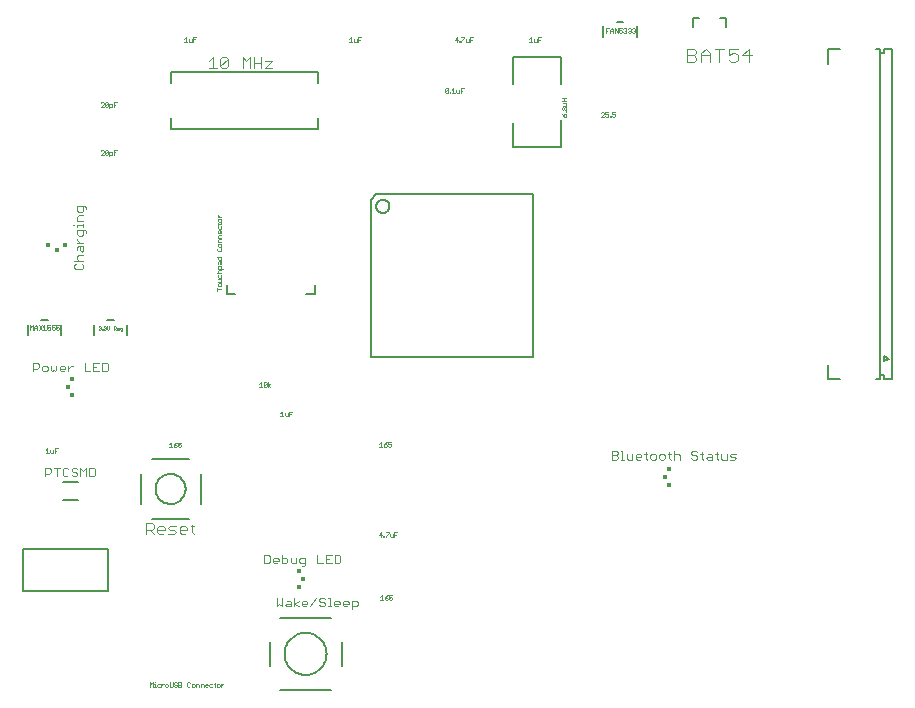
<source format=gto>
G75*
G70*
%OFA0B0*%
%FSLAX24Y24*%
%IPPOS*%
%LPD*%
%AMOC8*
5,1,8,0,0,1.08239X$1,22.5*
%
%ADD10C,0.0010*%
%ADD11C,0.0030*%
%ADD12C,0.0040*%
%ADD13C,0.0080*%
%ADD14C,0.0060*%
%ADD15C,0.0050*%
%ADD16R,0.0167X0.0128*%
%ADD17R,0.0138X0.0138*%
%ADD18R,0.0128X0.0167*%
D10*
X004906Y000607D02*
X004906Y000757D01*
X004956Y000707D01*
X005006Y000757D01*
X005006Y000607D01*
X005053Y000607D02*
X005103Y000607D01*
X005078Y000607D02*
X005078Y000707D01*
X005053Y000707D01*
X005078Y000757D02*
X005078Y000782D01*
X005176Y000707D02*
X005151Y000682D01*
X005151Y000632D01*
X005176Y000607D01*
X005251Y000607D01*
X005299Y000607D02*
X005299Y000707D01*
X005251Y000707D02*
X005176Y000707D01*
X005299Y000657D02*
X005349Y000707D01*
X005374Y000707D01*
X005421Y000682D02*
X005421Y000632D01*
X005446Y000607D01*
X005496Y000607D01*
X005521Y000632D01*
X005521Y000682D01*
X005496Y000707D01*
X005446Y000707D01*
X005421Y000682D01*
X005569Y000632D02*
X005569Y000757D01*
X005669Y000757D02*
X005669Y000632D01*
X005644Y000607D01*
X005594Y000607D01*
X005569Y000632D01*
X005716Y000632D02*
X005741Y000607D01*
X005791Y000607D01*
X005816Y000632D01*
X005816Y000657D01*
X005791Y000682D01*
X005741Y000682D01*
X005716Y000707D01*
X005716Y000732D01*
X005741Y000757D01*
X005791Y000757D01*
X005816Y000732D01*
X005863Y000757D02*
X005938Y000757D01*
X005963Y000732D01*
X005963Y000707D01*
X005938Y000682D01*
X005863Y000682D01*
X005863Y000607D02*
X005863Y000757D01*
X005938Y000682D02*
X005963Y000657D01*
X005963Y000632D01*
X005938Y000607D01*
X005863Y000607D01*
X006158Y000632D02*
X006158Y000732D01*
X006183Y000757D01*
X006233Y000757D01*
X006258Y000732D01*
X006305Y000682D02*
X006305Y000632D01*
X006330Y000607D01*
X006380Y000607D01*
X006405Y000632D01*
X006405Y000682D01*
X006380Y000707D01*
X006330Y000707D01*
X006305Y000682D01*
X006258Y000632D02*
X006233Y000607D01*
X006183Y000607D01*
X006158Y000632D01*
X006453Y000607D02*
X006453Y000707D01*
X006528Y000707D01*
X006553Y000682D01*
X006553Y000607D01*
X006600Y000607D02*
X006600Y000707D01*
X006675Y000707D01*
X006700Y000682D01*
X006700Y000607D01*
X006747Y000632D02*
X006747Y000682D01*
X006772Y000707D01*
X006822Y000707D01*
X006847Y000682D01*
X006847Y000657D01*
X006747Y000657D01*
X006747Y000632D02*
X006772Y000607D01*
X006822Y000607D01*
X006895Y000632D02*
X006920Y000607D01*
X006995Y000607D01*
X007067Y000632D02*
X007092Y000607D01*
X007067Y000632D02*
X007067Y000732D01*
X007042Y000707D02*
X007092Y000707D01*
X007140Y000682D02*
X007140Y000632D01*
X007165Y000607D01*
X007215Y000607D01*
X007240Y000632D01*
X007240Y000682D01*
X007215Y000707D01*
X007165Y000707D01*
X007140Y000682D01*
X006995Y000707D02*
X006920Y000707D01*
X006895Y000682D01*
X006895Y000632D01*
X007287Y000657D02*
X007337Y000707D01*
X007362Y000707D01*
X007287Y000707D02*
X007287Y000607D01*
X012594Y003499D02*
X012694Y003499D01*
X012644Y003499D02*
X012644Y003650D01*
X012594Y003600D01*
X012742Y003574D02*
X012817Y003574D01*
X012842Y003549D01*
X012842Y003524D01*
X012817Y003499D01*
X012767Y003499D01*
X012742Y003524D01*
X012742Y003574D01*
X012792Y003625D01*
X012842Y003650D01*
X012889Y003650D02*
X012889Y003574D01*
X012939Y003600D01*
X012964Y003600D01*
X012989Y003574D01*
X012989Y003524D01*
X012964Y003499D01*
X012914Y003499D01*
X012889Y003524D01*
X012889Y003650D02*
X012989Y003650D01*
X012940Y005602D02*
X013015Y005602D01*
X013015Y005702D01*
X013062Y005677D02*
X013112Y005677D01*
X013062Y005602D02*
X013062Y005752D01*
X013162Y005752D01*
X012915Y005702D02*
X012915Y005627D01*
X012940Y005602D01*
X012867Y005727D02*
X012767Y005627D01*
X012767Y005602D01*
X012719Y005602D02*
X012694Y005602D01*
X012694Y005627D01*
X012719Y005627D01*
X012719Y005602D01*
X012621Y005602D02*
X012621Y005752D01*
X012546Y005677D01*
X012646Y005677D01*
X012767Y005752D02*
X012867Y005752D01*
X012867Y005727D01*
X012878Y008610D02*
X012853Y008635D01*
X012878Y008610D02*
X012929Y008610D01*
X012954Y008635D01*
X012954Y008685D01*
X012929Y008710D01*
X012904Y008710D01*
X012853Y008685D01*
X012853Y008760D01*
X012954Y008760D01*
X012806Y008760D02*
X012756Y008735D01*
X012706Y008685D01*
X012781Y008685D01*
X012806Y008660D01*
X012806Y008635D01*
X012781Y008610D01*
X012731Y008610D01*
X012706Y008635D01*
X012706Y008685D01*
X012659Y008610D02*
X012559Y008610D01*
X012609Y008610D02*
X012609Y008760D01*
X012559Y008710D01*
X009659Y009782D02*
X009559Y009782D01*
X009559Y009632D01*
X009512Y009632D02*
X009512Y009732D01*
X009559Y009707D02*
X009609Y009707D01*
X009512Y009632D02*
X009436Y009632D01*
X009411Y009657D01*
X009411Y009732D01*
X009314Y009782D02*
X009314Y009632D01*
X009264Y009632D02*
X009364Y009632D01*
X009264Y009732D02*
X009314Y009782D01*
X008924Y010601D02*
X008849Y010651D01*
X008924Y010701D01*
X008849Y010751D02*
X008849Y010601D01*
X008802Y010626D02*
X008777Y010601D01*
X008727Y010601D01*
X008702Y010626D01*
X008802Y010726D01*
X008802Y010626D01*
X008802Y010726D02*
X008777Y010751D01*
X008727Y010751D01*
X008702Y010726D01*
X008702Y010626D01*
X008654Y010601D02*
X008554Y010601D01*
X008604Y010601D02*
X008604Y010751D01*
X008554Y010701D01*
X005952Y008748D02*
X005852Y008748D01*
X005852Y008673D01*
X005902Y008698D01*
X005927Y008698D01*
X005952Y008673D01*
X005952Y008623D01*
X005927Y008598D01*
X005877Y008598D01*
X005852Y008623D01*
X005804Y008623D02*
X005804Y008648D01*
X005779Y008673D01*
X005704Y008673D01*
X005704Y008623D01*
X005729Y008598D01*
X005779Y008598D01*
X005804Y008623D01*
X005754Y008723D02*
X005704Y008673D01*
X005754Y008723D02*
X005804Y008748D01*
X005607Y008748D02*
X005607Y008598D01*
X005557Y008598D02*
X005657Y008598D01*
X005557Y008698D02*
X005607Y008748D01*
X001844Y008558D02*
X001744Y008558D01*
X001744Y008408D01*
X001697Y008408D02*
X001697Y008508D01*
X001744Y008483D02*
X001794Y008483D01*
X001697Y008408D02*
X001622Y008408D01*
X001597Y008433D01*
X001597Y008508D01*
X001499Y008558D02*
X001499Y008408D01*
X001449Y008408D02*
X001549Y008408D01*
X001449Y008508D02*
X001499Y008558D01*
X001520Y012507D02*
X001495Y012532D01*
X001520Y012507D02*
X001570Y012507D01*
X001595Y012532D01*
X001595Y012582D01*
X001570Y012607D01*
X001545Y012607D01*
X001495Y012582D01*
X001495Y012657D01*
X001595Y012657D01*
X001642Y012657D02*
X001642Y012582D01*
X001692Y012607D01*
X001717Y012607D01*
X001742Y012582D01*
X001742Y012532D01*
X001717Y012507D01*
X001667Y012507D01*
X001642Y012532D01*
X001642Y012657D02*
X001742Y012657D01*
X001790Y012657D02*
X001790Y012582D01*
X001840Y012607D01*
X001865Y012607D01*
X001890Y012582D01*
X001890Y012532D01*
X001865Y012507D01*
X001815Y012507D01*
X001790Y012532D01*
X001790Y012657D02*
X001890Y012657D01*
X001448Y012507D02*
X001348Y012507D01*
X001301Y012507D02*
X001200Y012657D01*
X001153Y012607D02*
X001103Y012657D01*
X001053Y012607D01*
X001053Y012507D01*
X001006Y012507D02*
X001006Y012657D01*
X000956Y012607D01*
X000906Y012657D01*
X000906Y012507D01*
X001053Y012582D02*
X001153Y012582D01*
X001153Y012607D02*
X001153Y012507D01*
X001200Y012507D02*
X001301Y012657D01*
X001348Y012607D02*
X001398Y012657D01*
X001398Y012507D01*
X003206Y012525D02*
X003224Y012507D01*
X003261Y012507D01*
X003279Y012525D01*
X003279Y012543D01*
X003261Y012562D01*
X003242Y012562D01*
X003261Y012562D02*
X003279Y012580D01*
X003279Y012598D01*
X003261Y012617D01*
X003224Y012617D01*
X003206Y012598D01*
X003316Y012525D02*
X003335Y012525D01*
X003335Y012507D01*
X003316Y012507D01*
X003316Y012525D01*
X003371Y012525D02*
X003390Y012507D01*
X003427Y012507D01*
X003445Y012525D01*
X003445Y012543D01*
X003427Y012562D01*
X003408Y012562D01*
X003427Y012562D02*
X003445Y012580D01*
X003445Y012598D01*
X003427Y012617D01*
X003390Y012617D01*
X003371Y012598D01*
X003482Y012617D02*
X003482Y012543D01*
X003519Y012507D01*
X003555Y012543D01*
X003555Y012617D01*
X003703Y012617D02*
X003758Y012617D01*
X003776Y012598D01*
X003776Y012562D01*
X003758Y012543D01*
X003703Y012543D01*
X003703Y012507D02*
X003703Y012617D01*
X003740Y012543D02*
X003776Y012507D01*
X003813Y012525D02*
X003813Y012562D01*
X003832Y012580D01*
X003868Y012580D01*
X003887Y012562D01*
X003887Y012543D01*
X003813Y012543D01*
X003813Y012525D02*
X003832Y012507D01*
X003868Y012507D01*
X003924Y012525D02*
X003942Y012507D01*
X003997Y012507D01*
X003997Y012488D02*
X003997Y012580D01*
X003942Y012580D01*
X003924Y012562D01*
X003924Y012525D01*
X003961Y012470D02*
X003979Y012470D01*
X003997Y012488D01*
X007146Y013807D02*
X007146Y013907D01*
X007146Y013857D02*
X007296Y013857D01*
X007271Y013954D02*
X007296Y013979D01*
X007296Y014029D01*
X007271Y014054D01*
X007221Y014054D01*
X007196Y014029D01*
X007196Y013979D01*
X007221Y013954D01*
X007271Y013954D01*
X007271Y014101D02*
X007196Y014101D01*
X007271Y014101D02*
X007296Y014126D01*
X007296Y014201D01*
X007196Y014201D01*
X007221Y014249D02*
X007271Y014249D01*
X007296Y014274D01*
X007296Y014349D01*
X007296Y014396D02*
X007146Y014396D01*
X007196Y014421D02*
X007196Y014471D01*
X007221Y014496D01*
X007296Y014496D01*
X007296Y014543D02*
X007296Y014618D01*
X007271Y014643D01*
X007221Y014643D01*
X007196Y014618D01*
X007196Y014543D01*
X007346Y014543D01*
X007271Y014691D02*
X007246Y014716D01*
X007246Y014791D01*
X007221Y014791D02*
X007296Y014791D01*
X007296Y014716D01*
X007271Y014691D01*
X007196Y014716D02*
X007196Y014766D01*
X007221Y014791D01*
X007221Y014838D02*
X007196Y014863D01*
X007196Y014938D01*
X007146Y014938D02*
X007296Y014938D01*
X007296Y014863D01*
X007271Y014838D01*
X007221Y014838D01*
X007171Y015132D02*
X007271Y015132D01*
X007296Y015157D01*
X007296Y015208D01*
X007271Y015233D01*
X007271Y015280D02*
X007296Y015305D01*
X007296Y015355D01*
X007271Y015380D01*
X007221Y015380D01*
X007196Y015355D01*
X007196Y015305D01*
X007221Y015280D01*
X007271Y015280D01*
X007171Y015233D02*
X007146Y015208D01*
X007146Y015157D01*
X007171Y015132D01*
X007196Y015427D02*
X007196Y015502D01*
X007221Y015527D01*
X007296Y015527D01*
X007296Y015574D02*
X007196Y015574D01*
X007196Y015649D01*
X007221Y015675D01*
X007296Y015675D01*
X007271Y015722D02*
X007221Y015722D01*
X007196Y015747D01*
X007196Y015797D01*
X007221Y015822D01*
X007246Y015822D01*
X007246Y015722D01*
X007271Y015722D02*
X007296Y015747D01*
X007296Y015797D01*
X007271Y015869D02*
X007221Y015869D01*
X007196Y015894D01*
X007196Y015969D01*
X007196Y016016D02*
X007196Y016066D01*
X007171Y016041D02*
X007271Y016041D01*
X007296Y016066D01*
X007271Y016115D02*
X007296Y016140D01*
X007296Y016190D01*
X007271Y016215D01*
X007221Y016215D01*
X007196Y016190D01*
X007196Y016140D01*
X007221Y016115D01*
X007271Y016115D01*
X007296Y015969D02*
X007296Y015894D01*
X007271Y015869D01*
X007296Y016262D02*
X007196Y016262D01*
X007246Y016262D02*
X007196Y016312D01*
X007196Y016337D01*
X007196Y015427D02*
X007296Y015427D01*
X007196Y014421D02*
X007221Y014396D01*
X007196Y014349D02*
X007196Y014274D01*
X007221Y014249D01*
X003710Y018348D02*
X003710Y018499D01*
X003810Y018499D01*
X003760Y018423D02*
X003710Y018423D01*
X003663Y018423D02*
X003663Y018373D01*
X003638Y018348D01*
X003563Y018348D01*
X003563Y018298D02*
X003563Y018449D01*
X003638Y018449D01*
X003663Y018423D01*
X003516Y018474D02*
X003516Y018373D01*
X003491Y018348D01*
X003441Y018348D01*
X003416Y018373D01*
X003516Y018474D01*
X003491Y018499D01*
X003441Y018499D01*
X003416Y018474D01*
X003416Y018373D01*
X003368Y018348D02*
X003268Y018348D01*
X003368Y018449D01*
X003368Y018474D01*
X003343Y018499D01*
X003293Y018499D01*
X003268Y018474D01*
X003565Y019891D02*
X003565Y020041D01*
X003640Y020041D01*
X003665Y020016D01*
X003665Y019966D01*
X003640Y019941D01*
X003565Y019941D01*
X003517Y019966D02*
X003492Y019941D01*
X003442Y019941D01*
X003417Y019966D01*
X003517Y020066D01*
X003517Y019966D01*
X003417Y019966D02*
X003417Y020066D01*
X003442Y020091D01*
X003492Y020091D01*
X003517Y020066D01*
X003370Y020066D02*
X003345Y020091D01*
X003295Y020091D01*
X003270Y020066D01*
X003370Y020066D02*
X003370Y020041D01*
X003270Y019941D01*
X003370Y019941D01*
X003712Y019941D02*
X003712Y020091D01*
X003812Y020091D01*
X003762Y020016D02*
X003712Y020016D01*
X006056Y022111D02*
X006156Y022111D01*
X006106Y022111D02*
X006106Y022261D01*
X006056Y022211D01*
X006203Y022211D02*
X006203Y022136D01*
X006228Y022111D01*
X006303Y022111D01*
X006303Y022211D01*
X006350Y022186D02*
X006400Y022186D01*
X006350Y022111D02*
X006350Y022261D01*
X006450Y022261D01*
X011557Y022204D02*
X011607Y022254D01*
X011607Y022104D01*
X011557Y022104D02*
X011657Y022104D01*
X011704Y022129D02*
X011729Y022104D01*
X011804Y022104D01*
X011804Y022204D01*
X011852Y022179D02*
X011902Y022179D01*
X011852Y022104D02*
X011852Y022254D01*
X011952Y022254D01*
X011704Y022204D02*
X011704Y022129D01*
X014760Y020527D02*
X014785Y020552D01*
X014835Y020552D01*
X014860Y020527D01*
X014760Y020427D01*
X014785Y020402D01*
X014835Y020402D01*
X014860Y020427D01*
X014860Y020527D01*
X014760Y020527D02*
X014760Y020427D01*
X014907Y020427D02*
X014907Y020402D01*
X014932Y020402D01*
X014932Y020427D01*
X014907Y020427D01*
X014981Y020402D02*
X015081Y020402D01*
X015031Y020402D02*
X015031Y020552D01*
X014981Y020502D01*
X015128Y020502D02*
X015128Y020427D01*
X015153Y020402D01*
X015229Y020402D01*
X015229Y020502D01*
X015276Y020477D02*
X015326Y020477D01*
X015276Y020552D02*
X015376Y020552D01*
X015276Y020552D02*
X015276Y020402D01*
X015291Y022101D02*
X015291Y022126D01*
X015391Y022226D01*
X015391Y022251D01*
X015291Y022251D01*
X015242Y022126D02*
X015242Y022101D01*
X015217Y022101D01*
X015217Y022126D01*
X015242Y022126D01*
X015170Y022176D02*
X015070Y022176D01*
X015145Y022251D01*
X015145Y022101D01*
X015438Y022126D02*
X015463Y022101D01*
X015539Y022101D01*
X015539Y022201D01*
X015586Y022176D02*
X015636Y022176D01*
X015586Y022251D02*
X015686Y022251D01*
X015586Y022251D02*
X015586Y022101D01*
X015438Y022126D02*
X015438Y022201D01*
X017556Y022202D02*
X017606Y022252D01*
X017606Y022102D01*
X017556Y022102D02*
X017656Y022102D01*
X017703Y022127D02*
X017728Y022102D01*
X017803Y022102D01*
X017803Y022202D01*
X017851Y022177D02*
X017901Y022177D01*
X017851Y022102D02*
X017851Y022252D01*
X017951Y022252D01*
X017703Y022202D02*
X017703Y022127D01*
X018648Y020229D02*
X018798Y020229D01*
X018723Y020229D02*
X018723Y020129D01*
X018698Y020082D02*
X018798Y020082D01*
X018798Y020007D01*
X018773Y019982D01*
X018698Y019982D01*
X018698Y019935D02*
X018723Y019910D01*
X018723Y019859D01*
X018698Y019834D01*
X018673Y019834D01*
X018648Y019859D01*
X018648Y019910D01*
X018673Y019935D01*
X018698Y019935D01*
X018723Y019910D02*
X018748Y019935D01*
X018773Y019935D01*
X018798Y019910D01*
X018798Y019859D01*
X018773Y019834D01*
X018748Y019834D01*
X018723Y019859D01*
X018773Y019786D02*
X018798Y019786D01*
X018798Y019761D01*
X018773Y019761D01*
X018773Y019786D01*
X018773Y019714D02*
X018748Y019714D01*
X018723Y019689D01*
X018723Y019614D01*
X018773Y019614D01*
X018798Y019639D01*
X018798Y019689D01*
X018773Y019714D01*
X018673Y019664D02*
X018723Y019614D01*
X018673Y019664D02*
X018648Y019714D01*
X018648Y020129D02*
X018798Y020129D01*
X019947Y019734D02*
X019972Y019759D01*
X020022Y019759D01*
X020047Y019734D01*
X020047Y019709D01*
X019947Y019609D01*
X020047Y019609D01*
X020094Y019634D02*
X020119Y019609D01*
X020169Y019609D01*
X020194Y019634D01*
X020194Y019684D01*
X020169Y019709D01*
X020144Y019709D01*
X020094Y019684D01*
X020094Y019759D01*
X020194Y019759D01*
X020315Y019759D02*
X020315Y019684D01*
X020365Y019709D01*
X020390Y019709D01*
X020415Y019684D01*
X020415Y019634D01*
X020390Y019609D01*
X020340Y019609D01*
X020315Y019634D01*
X020267Y019634D02*
X020267Y019609D01*
X020242Y019609D01*
X020242Y019634D01*
X020267Y019634D01*
X020315Y019759D02*
X020415Y019759D01*
X020400Y022407D02*
X020400Y022557D01*
X020501Y022407D01*
X020501Y022557D01*
X020548Y022557D02*
X020548Y022482D01*
X020598Y022507D01*
X020623Y022507D01*
X020648Y022482D01*
X020648Y022432D01*
X020623Y022407D01*
X020573Y022407D01*
X020548Y022432D01*
X020548Y022557D02*
X020648Y022557D01*
X020695Y022532D02*
X020720Y022557D01*
X020770Y022557D01*
X020795Y022532D01*
X020795Y022507D01*
X020770Y022482D01*
X020795Y022457D01*
X020795Y022432D01*
X020770Y022407D01*
X020720Y022407D01*
X020695Y022432D01*
X020745Y022482D02*
X020770Y022482D01*
X020842Y022532D02*
X020867Y022557D01*
X020917Y022557D01*
X020942Y022532D01*
X020942Y022507D01*
X020917Y022482D01*
X020942Y022457D01*
X020942Y022432D01*
X020917Y022407D01*
X020867Y022407D01*
X020842Y022432D01*
X020892Y022482D02*
X020917Y022482D01*
X020990Y022532D02*
X021015Y022557D01*
X021065Y022557D01*
X021090Y022532D01*
X021090Y022507D01*
X021065Y022482D01*
X021090Y022457D01*
X021090Y022432D01*
X021065Y022407D01*
X021015Y022407D01*
X020990Y022432D01*
X021040Y022482D02*
X021065Y022482D01*
X020353Y022482D02*
X020253Y022482D01*
X020253Y022507D02*
X020303Y022557D01*
X020353Y022507D01*
X020353Y022407D01*
X020253Y022407D02*
X020253Y022507D01*
X020206Y022557D02*
X020106Y022557D01*
X020106Y022407D01*
X020106Y022482D02*
X020156Y022482D01*
D11*
X008984Y021473D02*
X008737Y021227D01*
X008984Y021227D01*
X008984Y021473D02*
X008737Y021473D01*
X008616Y021412D02*
X008369Y021412D01*
X008369Y021227D02*
X008369Y021597D01*
X008248Y021597D02*
X008248Y021227D01*
X008001Y021227D02*
X008001Y021597D01*
X008124Y021473D01*
X008248Y021597D01*
X008616Y021597D02*
X008616Y021227D01*
X007511Y021288D02*
X007449Y021227D01*
X007326Y021227D01*
X007264Y021288D01*
X007511Y021535D01*
X007511Y021288D01*
X007264Y021288D02*
X007264Y021535D01*
X007326Y021597D01*
X007449Y021597D01*
X007511Y021535D01*
X007143Y021227D02*
X006896Y021227D01*
X007019Y021227D02*
X007019Y021597D01*
X006896Y021473D01*
X002734Y016625D02*
X002492Y016625D01*
X002492Y016480D01*
X002541Y016432D01*
X002637Y016432D01*
X002686Y016480D01*
X002686Y016625D01*
X002734Y016625D02*
X002783Y016577D01*
X002783Y016528D01*
X002686Y016331D02*
X002541Y016331D01*
X002492Y016282D01*
X002492Y016137D01*
X002686Y016137D01*
X002686Y016037D02*
X002686Y015941D01*
X002686Y015989D02*
X002492Y015989D01*
X002492Y015941D01*
X002492Y015839D02*
X002492Y015694D01*
X002541Y015646D01*
X002637Y015646D01*
X002686Y015694D01*
X002686Y015839D01*
X002734Y015839D02*
X002492Y015839D01*
X002396Y015989D02*
X002347Y015989D01*
X002734Y015839D02*
X002783Y015791D01*
X002783Y015743D01*
X002492Y015546D02*
X002492Y015497D01*
X002589Y015401D01*
X002686Y015401D02*
X002492Y015401D01*
X002541Y015299D02*
X002686Y015299D01*
X002686Y015154D01*
X002637Y015106D01*
X002589Y015154D01*
X002589Y015299D01*
X002541Y015299D02*
X002492Y015251D01*
X002492Y015154D01*
X002541Y015005D02*
X002686Y015005D01*
X002541Y015005D02*
X002492Y014956D01*
X002492Y014860D01*
X002541Y014811D01*
X002637Y014710D02*
X002686Y014662D01*
X002686Y014565D01*
X002637Y014517D01*
X002444Y014517D01*
X002396Y014565D01*
X002396Y014662D01*
X002444Y014710D01*
X002396Y014811D02*
X002686Y014811D01*
X002735Y011407D02*
X002735Y011117D01*
X002928Y011117D01*
X003029Y011117D02*
X003029Y011407D01*
X003223Y011407D01*
X003324Y011407D02*
X003469Y011407D01*
X003517Y011358D01*
X003517Y011165D01*
X003469Y011117D01*
X003324Y011117D01*
X003324Y011407D01*
X003126Y011262D02*
X003029Y011262D01*
X003029Y011117D02*
X003223Y011117D01*
X002339Y011310D02*
X002291Y011310D01*
X002194Y011213D01*
X002194Y011117D02*
X002194Y011310D01*
X002093Y011262D02*
X002093Y011213D01*
X001900Y011213D01*
X001900Y011165D02*
X001900Y011262D01*
X001948Y011310D01*
X002045Y011310D01*
X002093Y011262D01*
X002045Y011117D02*
X001948Y011117D01*
X001900Y011165D01*
X001799Y011165D02*
X001799Y011310D01*
X001799Y011165D02*
X001750Y011117D01*
X001702Y011165D01*
X001653Y011117D01*
X001605Y011165D01*
X001605Y011310D01*
X001504Y011262D02*
X001504Y011165D01*
X001456Y011117D01*
X001359Y011117D01*
X001310Y011165D01*
X001310Y011262D01*
X001359Y011310D01*
X001456Y011310D01*
X001504Y011262D01*
X001209Y011262D02*
X001161Y011213D01*
X001016Y011213D01*
X001016Y011117D02*
X001016Y011407D01*
X001161Y011407D01*
X001209Y011358D01*
X001209Y011262D01*
X001416Y007907D02*
X001561Y007907D01*
X001609Y007858D01*
X001609Y007762D01*
X001561Y007713D01*
X001416Y007713D01*
X001416Y007617D02*
X001416Y007907D01*
X001710Y007907D02*
X001904Y007907D01*
X001807Y007907D02*
X001807Y007617D01*
X002005Y007665D02*
X002005Y007858D01*
X002053Y007907D01*
X002150Y007907D01*
X002199Y007858D01*
X002300Y007858D02*
X002300Y007810D01*
X002348Y007762D01*
X002445Y007762D01*
X002493Y007713D01*
X002493Y007665D01*
X002445Y007617D01*
X002348Y007617D01*
X002300Y007665D01*
X002199Y007665D02*
X002150Y007617D01*
X002053Y007617D01*
X002005Y007665D01*
X002300Y007858D02*
X002348Y007907D01*
X002445Y007907D01*
X002493Y007858D01*
X002594Y007907D02*
X002691Y007810D01*
X002788Y007907D01*
X002788Y007617D01*
X002889Y007617D02*
X003034Y007617D01*
X003082Y007665D01*
X003082Y007858D01*
X003034Y007907D01*
X002889Y007907D01*
X002889Y007617D01*
X002594Y007617D02*
X002594Y007907D01*
X004796Y006077D02*
X004981Y006077D01*
X005043Y006015D01*
X005043Y005892D01*
X004981Y005830D01*
X004796Y005830D01*
X004919Y005830D02*
X005043Y005707D01*
X005164Y005768D02*
X005164Y005892D01*
X005226Y005953D01*
X005349Y005953D01*
X005411Y005892D01*
X005411Y005830D01*
X005164Y005830D01*
X005164Y005768D02*
X005226Y005707D01*
X005349Y005707D01*
X005532Y005707D02*
X005718Y005707D01*
X005779Y005768D01*
X005718Y005830D01*
X005594Y005830D01*
X005532Y005892D01*
X005594Y005953D01*
X005779Y005953D01*
X005901Y005892D02*
X005962Y005953D01*
X006086Y005953D01*
X006148Y005892D01*
X006148Y005830D01*
X005901Y005830D01*
X005901Y005768D02*
X005901Y005892D01*
X005901Y005768D02*
X005962Y005707D01*
X006086Y005707D01*
X006331Y005768D02*
X006392Y005707D01*
X006331Y005768D02*
X006331Y006015D01*
X006392Y005953D02*
X006269Y005953D01*
X004796Y006077D02*
X004796Y005707D01*
X008716Y005007D02*
X008716Y004717D01*
X008861Y004717D01*
X008909Y004765D01*
X008909Y004958D01*
X008861Y005007D01*
X008716Y005007D01*
X009010Y004862D02*
X009010Y004765D01*
X009059Y004717D01*
X009156Y004717D01*
X009204Y004813D02*
X009010Y004813D01*
X009010Y004862D02*
X009059Y004910D01*
X009156Y004910D01*
X009204Y004862D01*
X009204Y004813D01*
X009305Y004717D02*
X009450Y004717D01*
X009499Y004765D01*
X009499Y004862D01*
X009450Y004910D01*
X009305Y004910D01*
X009305Y005007D02*
X009305Y004717D01*
X009600Y004765D02*
X009600Y004910D01*
X009600Y004765D02*
X009648Y004717D01*
X009793Y004717D01*
X009793Y004910D01*
X009894Y004862D02*
X009894Y004765D01*
X009943Y004717D01*
X010088Y004717D01*
X010088Y004668D02*
X010088Y004910D01*
X009943Y004910D01*
X009894Y004862D01*
X009991Y004620D02*
X010039Y004620D01*
X010088Y004668D01*
X010484Y004717D02*
X010484Y005007D01*
X010484Y004717D02*
X010677Y004717D01*
X010778Y004717D02*
X010972Y004717D01*
X011073Y004717D02*
X011218Y004717D01*
X011266Y004765D01*
X011266Y004958D01*
X011218Y005007D01*
X011073Y005007D01*
X011073Y004717D01*
X010875Y004862D02*
X010778Y004862D01*
X010778Y005007D02*
X010778Y004717D01*
X010778Y005007D02*
X010972Y005007D01*
X010903Y003577D02*
X010855Y003577D01*
X010903Y003577D02*
X010903Y003287D01*
X010855Y003287D02*
X010951Y003287D01*
X011051Y003335D02*
X011051Y003432D01*
X011099Y003480D01*
X011196Y003480D01*
X011244Y003432D01*
X011244Y003383D01*
X011051Y003383D01*
X011051Y003335D02*
X011099Y003287D01*
X011196Y003287D01*
X011346Y003335D02*
X011346Y003432D01*
X011394Y003480D01*
X011491Y003480D01*
X011539Y003432D01*
X011539Y003383D01*
X011346Y003383D01*
X011346Y003335D02*
X011394Y003287D01*
X011491Y003287D01*
X011640Y003287D02*
X011785Y003287D01*
X011834Y003335D01*
X011834Y003432D01*
X011785Y003480D01*
X011640Y003480D01*
X011640Y003190D01*
X010753Y003335D02*
X010705Y003287D01*
X010608Y003287D01*
X010560Y003335D01*
X010608Y003432D02*
X010560Y003480D01*
X010560Y003528D01*
X010608Y003577D01*
X010705Y003577D01*
X010753Y003528D01*
X010705Y003432D02*
X010753Y003383D01*
X010753Y003335D01*
X010705Y003432D02*
X010608Y003432D01*
X010459Y003577D02*
X010265Y003287D01*
X010164Y003383D02*
X009971Y003383D01*
X009971Y003335D02*
X009971Y003432D01*
X010019Y003480D01*
X010116Y003480D01*
X010164Y003432D01*
X010164Y003383D01*
X010116Y003287D02*
X010019Y003287D01*
X009971Y003335D01*
X009870Y003287D02*
X009725Y003383D01*
X009870Y003480D01*
X009725Y003577D02*
X009725Y003287D01*
X009624Y003287D02*
X009624Y003432D01*
X009576Y003480D01*
X009479Y003480D01*
X009479Y003383D02*
X009624Y003383D01*
X009624Y003287D02*
X009479Y003287D01*
X009430Y003335D01*
X009479Y003383D01*
X009329Y003287D02*
X009329Y003577D01*
X009136Y003577D02*
X009136Y003287D01*
X009233Y003383D01*
X009329Y003287D01*
X020314Y008175D02*
X020459Y008175D01*
X020508Y008223D01*
X020508Y008272D01*
X020459Y008320D01*
X020314Y008320D01*
X020314Y008175D02*
X020314Y008465D01*
X020459Y008465D01*
X020508Y008417D01*
X020508Y008369D01*
X020459Y008320D01*
X020609Y008175D02*
X020706Y008175D01*
X020657Y008175D02*
X020657Y008465D01*
X020609Y008465D01*
X020805Y008369D02*
X020805Y008223D01*
X020854Y008175D01*
X020999Y008175D01*
X020999Y008369D01*
X021100Y008320D02*
X021148Y008369D01*
X021245Y008369D01*
X021293Y008320D01*
X021293Y008272D01*
X021100Y008272D01*
X021100Y008320D02*
X021100Y008223D01*
X021148Y008175D01*
X021245Y008175D01*
X021443Y008223D02*
X021491Y008175D01*
X021443Y008223D02*
X021443Y008417D01*
X021395Y008369D02*
X021491Y008369D01*
X021591Y008320D02*
X021591Y008223D01*
X021639Y008175D01*
X021736Y008175D01*
X021785Y008223D01*
X021785Y008320D01*
X021736Y008369D01*
X021639Y008369D01*
X021591Y008320D01*
X021886Y008320D02*
X021886Y008223D01*
X021934Y008175D01*
X022031Y008175D01*
X022079Y008223D01*
X022079Y008320D01*
X022031Y008369D01*
X021934Y008369D01*
X021886Y008320D01*
X022180Y008369D02*
X022277Y008369D01*
X022229Y008417D02*
X022229Y008223D01*
X022277Y008175D01*
X022377Y008175D02*
X022377Y008465D01*
X022425Y008369D02*
X022522Y008369D01*
X022570Y008320D01*
X022570Y008175D01*
X022377Y008320D02*
X022425Y008369D01*
X022966Y008369D02*
X023014Y008320D01*
X023111Y008320D01*
X023160Y008272D01*
X023160Y008223D01*
X023111Y008175D01*
X023014Y008175D01*
X022966Y008223D01*
X022966Y008369D02*
X022966Y008417D01*
X023014Y008465D01*
X023111Y008465D01*
X023160Y008417D01*
X023261Y008369D02*
X023357Y008369D01*
X023309Y008417D02*
X023309Y008223D01*
X023357Y008175D01*
X023457Y008223D02*
X023505Y008272D01*
X023651Y008272D01*
X023651Y008320D02*
X023651Y008175D01*
X023505Y008175D01*
X023457Y008223D01*
X023505Y008369D02*
X023602Y008369D01*
X023651Y008320D01*
X023752Y008369D02*
X023849Y008369D01*
X023800Y008417D02*
X023800Y008223D01*
X023849Y008175D01*
X023948Y008223D02*
X023948Y008369D01*
X023948Y008223D02*
X023997Y008175D01*
X024142Y008175D01*
X024142Y008369D01*
X024243Y008320D02*
X024291Y008369D01*
X024436Y008369D01*
X024388Y008272D02*
X024291Y008272D01*
X024243Y008320D01*
X024243Y008175D02*
X024388Y008175D01*
X024436Y008223D01*
X024388Y008272D01*
D12*
X024432Y021422D02*
X024279Y021422D01*
X024202Y021498D01*
X024202Y021652D02*
X024355Y021728D01*
X024432Y021728D01*
X024509Y021652D01*
X024509Y021498D01*
X024432Y021422D01*
X024202Y021652D02*
X024202Y021882D01*
X024509Y021882D01*
X024662Y021652D02*
X024969Y021652D01*
X024892Y021422D02*
X024892Y021882D01*
X024662Y021652D01*
X024048Y021882D02*
X023741Y021882D01*
X023895Y021882D02*
X023895Y021422D01*
X023588Y021422D02*
X023588Y021728D01*
X023435Y021882D01*
X023281Y021728D01*
X023281Y021422D01*
X023128Y021498D02*
X023051Y021422D01*
X022821Y021422D01*
X022821Y021882D01*
X023051Y021882D01*
X023128Y021805D01*
X023128Y021728D01*
X023051Y021652D01*
X022821Y021652D01*
X023051Y021652D02*
X023128Y021575D01*
X023128Y021498D01*
X023281Y021652D02*
X023588Y021652D01*
D13*
X003518Y003813D02*
X000683Y003813D01*
X000683Y005191D01*
X003518Y005191D01*
X003518Y003813D01*
X004994Y006202D02*
X006207Y006202D01*
X006601Y006713D02*
X006601Y007690D01*
X006207Y008202D02*
X004994Y008202D01*
X004601Y007702D02*
X004601Y006713D01*
X005101Y007202D02*
X005103Y007246D01*
X005109Y007290D01*
X005119Y007333D01*
X005132Y007375D01*
X005149Y007416D01*
X005170Y007455D01*
X005194Y007492D01*
X005221Y007527D01*
X005251Y007559D01*
X005284Y007589D01*
X005320Y007615D01*
X005357Y007639D01*
X005397Y007658D01*
X005438Y007675D01*
X005481Y007687D01*
X005524Y007696D01*
X005568Y007701D01*
X005612Y007702D01*
X005656Y007699D01*
X005700Y007692D01*
X005743Y007681D01*
X005785Y007667D01*
X005825Y007649D01*
X005864Y007627D01*
X005900Y007603D01*
X005934Y007575D01*
X005966Y007544D01*
X005995Y007510D01*
X006021Y007474D01*
X006043Y007436D01*
X006062Y007396D01*
X006077Y007354D01*
X006089Y007312D01*
X006097Y007268D01*
X006101Y007224D01*
X006101Y007180D01*
X006097Y007136D01*
X006089Y007092D01*
X006077Y007050D01*
X006062Y007008D01*
X006043Y006968D01*
X006021Y006930D01*
X005995Y006894D01*
X005966Y006860D01*
X005934Y006829D01*
X005900Y006801D01*
X005864Y006777D01*
X005825Y006755D01*
X005785Y006737D01*
X005743Y006723D01*
X005700Y006712D01*
X005656Y006705D01*
X005612Y006702D01*
X005568Y006703D01*
X005524Y006708D01*
X005481Y006717D01*
X005438Y006729D01*
X005397Y006746D01*
X005357Y006765D01*
X005320Y006789D01*
X005284Y006815D01*
X005251Y006845D01*
X005221Y006877D01*
X005194Y006912D01*
X005170Y006949D01*
X005149Y006988D01*
X005132Y007029D01*
X005119Y007071D01*
X005109Y007114D01*
X005103Y007158D01*
X005101Y007202D01*
X002504Y007449D02*
X002004Y007449D01*
X002004Y006849D02*
X002504Y006849D01*
X008901Y002106D02*
X008901Y001302D01*
X009251Y000502D02*
X010951Y000502D01*
X011301Y001302D02*
X011301Y002094D01*
X010951Y002902D02*
X009251Y002902D01*
X009401Y001702D02*
X009403Y001754D01*
X009409Y001806D01*
X009419Y001858D01*
X009432Y001908D01*
X009449Y001958D01*
X009470Y002006D01*
X009495Y002052D01*
X009523Y002096D01*
X009554Y002138D01*
X009588Y002178D01*
X009625Y002215D01*
X009665Y002249D01*
X009707Y002280D01*
X009751Y002308D01*
X009797Y002333D01*
X009845Y002354D01*
X009895Y002371D01*
X009945Y002384D01*
X009997Y002394D01*
X010049Y002400D01*
X010101Y002402D01*
X010153Y002400D01*
X010205Y002394D01*
X010257Y002384D01*
X010307Y002371D01*
X010357Y002354D01*
X010405Y002333D01*
X010451Y002308D01*
X010495Y002280D01*
X010537Y002249D01*
X010577Y002215D01*
X010614Y002178D01*
X010648Y002138D01*
X010679Y002096D01*
X010707Y002052D01*
X010732Y002006D01*
X010753Y001958D01*
X010770Y001908D01*
X010783Y001858D01*
X010793Y001806D01*
X010799Y001754D01*
X010801Y001702D01*
X010799Y001650D01*
X010793Y001598D01*
X010783Y001546D01*
X010770Y001496D01*
X010753Y001446D01*
X010732Y001398D01*
X010707Y001352D01*
X010679Y001308D01*
X010648Y001266D01*
X010614Y001226D01*
X010577Y001189D01*
X010537Y001155D01*
X010495Y001124D01*
X010451Y001096D01*
X010405Y001071D01*
X010357Y001050D01*
X010307Y001033D01*
X010257Y001020D01*
X010205Y001010D01*
X010153Y001004D01*
X010101Y001002D01*
X010049Y001004D01*
X009997Y001010D01*
X009945Y001020D01*
X009895Y001033D01*
X009845Y001050D01*
X009797Y001071D01*
X009751Y001096D01*
X009707Y001124D01*
X009665Y001155D01*
X009625Y001189D01*
X009588Y001226D01*
X009554Y001266D01*
X009523Y001308D01*
X009495Y001352D01*
X009470Y001398D01*
X009449Y001446D01*
X009432Y001496D01*
X009419Y001546D01*
X009409Y001598D01*
X009403Y001650D01*
X009401Y001702D01*
X004161Y012333D02*
X004161Y012671D01*
X003706Y012821D02*
X003495Y012821D01*
X003041Y012671D02*
X003041Y012333D01*
X001961Y012333D02*
X001961Y012671D01*
X001506Y012821D02*
X001295Y012821D01*
X000841Y012671D02*
X000841Y012333D01*
X020024Y022280D02*
X020024Y022618D01*
X020479Y022768D02*
X020690Y022768D01*
X021144Y022618D02*
X021144Y022280D01*
X027527Y021854D02*
X027527Y021381D01*
X027527Y021854D02*
X027920Y021854D01*
X029102Y021854D02*
X029259Y021854D01*
X029259Y021735D01*
X029259Y010987D01*
X029377Y010987D01*
X029377Y010869D01*
X029653Y010869D01*
X029653Y021854D01*
X029377Y021854D01*
X029377Y021735D01*
X029259Y021735D01*
X029377Y011617D02*
X029377Y011460D01*
X029535Y011539D01*
X029377Y011617D01*
X029377Y011590D02*
X029431Y011590D01*
X029481Y011512D02*
X029377Y011512D01*
X029259Y010987D02*
X029259Y010869D01*
X029102Y010869D01*
X027920Y010869D02*
X027527Y010869D01*
X027527Y011342D01*
D14*
X017699Y011603D02*
X012284Y011603D01*
X012284Y016849D01*
X012454Y017019D01*
X017699Y017019D01*
X017699Y011603D01*
X012456Y016626D02*
X012458Y016655D01*
X012464Y016684D01*
X012473Y016712D01*
X012487Y016738D01*
X012503Y016762D01*
X012523Y016784D01*
X012546Y016803D01*
X012570Y016819D01*
X012597Y016831D01*
X012625Y016840D01*
X012654Y016845D01*
X012683Y016846D01*
X012713Y016843D01*
X012741Y016836D01*
X012769Y016826D01*
X012794Y016811D01*
X012818Y016794D01*
X012839Y016774D01*
X012857Y016751D01*
X012872Y016725D01*
X012884Y016698D01*
X012892Y016670D01*
X012896Y016641D01*
X012896Y016611D01*
X012892Y016582D01*
X012884Y016554D01*
X012872Y016527D01*
X012857Y016501D01*
X012839Y016478D01*
X012818Y016458D01*
X012794Y016441D01*
X012769Y016426D01*
X012741Y016416D01*
X012713Y016409D01*
X012683Y016406D01*
X012654Y016407D01*
X012625Y016412D01*
X012597Y016421D01*
X012570Y016433D01*
X012546Y016449D01*
X012523Y016468D01*
X012503Y016490D01*
X012487Y016514D01*
X012473Y016540D01*
X012464Y016568D01*
X012458Y016597D01*
X012456Y016626D01*
X023006Y022595D02*
X023006Y022915D01*
X023226Y022915D01*
X023906Y022915D02*
X024126Y022915D01*
X024126Y022595D01*
D15*
X018601Y021602D02*
X018601Y020702D01*
X018601Y021602D02*
X017001Y021602D01*
X017001Y020702D01*
X018601Y019502D02*
X018601Y018602D01*
X017001Y018602D01*
X017001Y019402D01*
X010502Y019555D02*
X010502Y019201D01*
X005620Y019201D01*
X005620Y019555D01*
X005620Y020736D02*
X005620Y021091D01*
X010502Y021091D01*
X010502Y020736D01*
X010400Y013991D02*
X010400Y013715D01*
X010124Y013715D01*
X007762Y013715D02*
X007487Y013715D01*
X007487Y013991D01*
D16*
X002322Y010872D03*
X002322Y010331D03*
X009879Y004472D03*
X009879Y003931D03*
X022222Y007331D03*
X022222Y007872D03*
D17*
X022070Y007602D03*
X010032Y004202D03*
X002170Y010602D03*
X001801Y015170D03*
D18*
X002071Y015323D03*
X001530Y015323D03*
M02*

</source>
